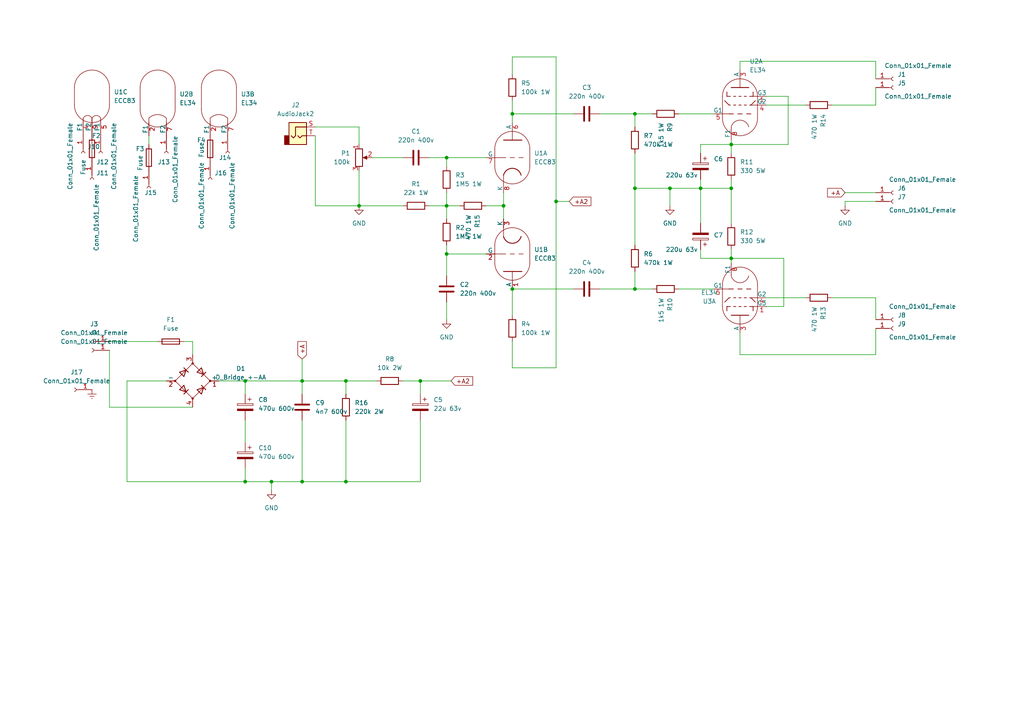
<source format=kicad_sch>
(kicad_sch (version 20211123) (generator eeschema)
  (paper "A4")
  (lib_symbols
    (symbol "Connector:AudioJack2"
      (property "Reference" "J" (at 0 8.89 0))
      (property "Value" "AudioJack2" (at 0 6.35 0))
      (symbol "AudioJack2_0_1"
        (rectangle (start -3.81 0) (end -2.54 -2.54) (stroke (width 0.254)) (fill (type outline)))
        (rectangle (start -2.54 3.81) (end 2.54 -2.54) (stroke (width 0.254)) (fill (type background)))
        (polyline (pts (xy 0 0) (xy 0.635 -0.635) (xy 1.27 0) (xy 2.54 0)) (stroke (width 0.254)))
        (polyline (pts (xy 2.54 2.54) (xy -0.635 2.54) (xy -0.635 0) (xy -1.27 -0.635) (xy -1.905 0)) (stroke (width 0.254)))
      )
      (symbol "AudioJack2_1_1"
        (pin passive line (at 5.08 2.54 180) (length 2.54) (name "~") (number "S"))
        (pin passive line (at 5.08 0 180) (length 2.54) (name "~") (number "T"))
      )
    )
    (symbol "Connector:Conn_01x01_Female" (pin_names (offset 1.016) hide)
      (property "Reference" "J" (at 0 2.54 0))
      (property "Value" "Conn_01x01_Female" (at 0 -2.54 0))
      (symbol "Conn_01x01_Female_1_1"
        (polyline (pts (xy -1.27 0) (xy -0.508 0)) (stroke (width 0.1524)))
        (arc (start 0 0.508) (mid -0.508 0) (end 0 -0.508) (stroke (width 0.1524)))
        (pin passive line (at -5.08 0 0) (length 3.81) (name "Pin_1") (number "1"))
      )
    )
    (symbol "Device:C" (pin_numbers hide) (pin_names (offset 0.254))
      (property "Reference" "C" (at 0.635 2.54 0))
      (property "Value" "C" (at 0.635 -2.54 0))
      (symbol "C_0_1"
        (polyline (pts (xy -2.032 -0.762) (xy 2.032 -0.762)) (stroke (width 0.508)))
        (polyline (pts (xy -2.032 0.762) (xy 2.032 0.762)) (stroke (width 0.508)))
      )
      (symbol "C_1_1"
        (pin passive line (at 0 3.81 270) (length 2.794) (name "~") (number "1"))
        (pin passive line (at 0 -3.81 90) (length 2.794) (name "~") (number "2"))
      )
    )
    (symbol "Device:C_Polarized" (pin_numbers hide) (pin_names (offset 0.254))
      (property "Reference" "C" (at 0.635 2.54 0))
      (property "Value" "C_Polarized" (at 0.635 -2.54 0))
      (symbol "C_Polarized_0_1"
        (rectangle (start -2.286 0.508) (end 2.286 1.016))
        (polyline (pts (xy -1.778 2.286) (xy -0.762 2.286)))
        (polyline (pts (xy -1.27 2.794) (xy -1.27 1.778)))
        (rectangle (start 2.286 -0.508) (end -2.286 -1.016) (fill (type outline)))
      )
      (symbol "C_Polarized_1_1"
        (pin passive line (at 0 3.81 270) (length 2.794) (name "~") (number "1"))
        (pin passive line (at 0 -3.81 90) (length 2.794) (name "~") (number "2"))
      )
    )
    (symbol "Device:D_Bridge_+-AA" (pin_names (offset 0))
      (property "Reference" "D" (at 2.54 6.985 0))
      (property "Value" "D_Bridge_+-AA" (at 2.54 5.08 0))
      (symbol "D_Bridge_+-AA_0_1"
        (circle (center -5.08 0) (radius 0.254) (fill (type outline)))
        (circle (center 0 -5.08) (radius 0.254) (fill (type outline)))
        (polyline (pts (xy -2.54 3.81) (xy -1.27 2.54)) (stroke (width 0.254)))
        (polyline (pts (xy -1.27 -2.54) (xy -2.54 -3.81)) (stroke (width 0.254)))
        (polyline (pts (xy 2.54 -1.27) (xy 3.81 -2.54)) (stroke (width 0.254)))
        (polyline (pts (xy 2.54 1.27) (xy 3.81 2.54)) (stroke (width 0.254)))
        (polyline (pts (xy -3.81 2.54) (xy -2.54 1.27) (xy -1.905 3.175) (xy -3.81 2.54)) (stroke (width 0.254)))
        (polyline (pts (xy -2.54 -1.27) (xy -3.81 -2.54) (xy -1.905 -3.175) (xy -2.54 -1.27)) (stroke (width 0.254)))
        (polyline (pts (xy 1.27 2.54) (xy 2.54 3.81) (xy 3.175 1.905) (xy 1.27 2.54)) (stroke (width 0.254)))
        (polyline (pts (xy 3.175 -1.905) (xy 1.27 -2.54) (xy 2.54 -3.81) (xy 3.175 -1.905)) (stroke (width 0.254)))
        (polyline (pts (xy -5.08 0) (xy 0 -5.08) (xy 5.08 0) (xy 0 5.08) (xy -5.08 0)))
        (circle (center 0 5.08) (radius 0.254) (fill (type outline)))
        (circle (center 5.08 0) (radius 0.254) (fill (type outline)))
      )
      (symbol "D_Bridge_+-AA_1_1"
        (pin passive line (at 7.62 0 180) (length 2.54) (name "+") (number "1"))
        (pin passive line (at -7.62 0 0) (length 2.54) (name "-") (number "2"))
        (pin passive line (at 0 7.62 270) (length 2.54) (name "~") (number "3"))
        (pin passive line (at 0 -7.62 90) (length 2.54) (name "~") (number "4"))
      )
    )
    (symbol "Device:Fuse" (pin_numbers hide) (pin_names (offset 0))
      (property "Reference" "F" (at 2.032 0 90))
      (property "Value" "Fuse" (at -1.905 0 90))
      (symbol "Fuse_0_1"
        (rectangle (start -0.762 -2.54) (end 0.762 2.54) (stroke (width 0.254)))
        (polyline (pts (xy 0 2.54) (xy 0 -2.54)))
      )
      (symbol "Fuse_1_1"
        (pin passive line (at 0 3.81 270) (length 1.27) (name "~") (number "1"))
        (pin passive line (at 0 -3.81 90) (length 1.27) (name "~") (number "2"))
      )
    )
    (symbol "Device:R" (pin_numbers hide) (pin_names (offset 0))
      (property "Reference" "R" (at 2.032 0 90))
      (property "Value" "R" (at 0 0 90))
      (symbol "R_0_1"
        (rectangle (start -1.016 -2.54) (end 1.016 2.54) (stroke (width 0.254)))
      )
      (symbol "R_1_1"
        (pin passive line (at 0 3.81 270) (length 1.27) (name "~") (number "1"))
        (pin passive line (at 0 -3.81 90) (length 1.27) (name "~") (number "2"))
      )
    )
    (symbol "Device:R_Potentiometer" (pin_names (offset 1.016) hide)
      (property "Reference" "RV" (at -4.445 0 90))
      (property "Value" "R_Potentiometer" (at -2.54 0 90))
      (symbol "R_Potentiometer_0_1"
        (polyline (pts (xy 2.54 0) (xy 1.524 0)))
        (polyline (pts (xy 1.143 0) (xy 2.286 0.508) (xy 2.286 -0.508) (xy 1.143 0)) (fill (type outline)))
        (rectangle (start 1.016 2.54) (end -1.016 -2.54) (stroke (width 0.254)))
      )
      (symbol "R_Potentiometer_1_1"
        (pin passive line (at 0 3.81 270) (length 1.27) (name "1") (number "1"))
        (pin passive line (at 3.81 0 180) (length 1.27) (name "2") (number "2"))
        (pin passive line (at 0 -3.81 90) (length 1.27) (name "3") (number "3"))
      )
    )
    (symbol "Valve:ECC83" (pin_names (offset 0))
      (property "Reference" "U" (at 3.302 7.874 0))
      (property "Value" "ECC83" (at 8.89 -7.62 0))
      (symbol "ECC83_0_1"
        (arc (start -5.08 -2.54) (mid 0 -7.62) (end 5.08 -2.54))
        (polyline (pts (xy 5.08 2.54) (xy 5.08 -2.54)))
        (polyline (pts (xy -5.08 2.54) (xy -5.08 -2.54) (xy -5.08 -2.54)))
        (arc (start 5.08 2.54) (mid 0 7.62) (end -5.08 2.54))
      )
      (symbol "ECC83_1_0"
        (polyline (pts (xy -2.54 -5.08) (xy -2.54 -7.62)))
        (polyline (pts (xy 0 5.08) (xy 0 7.62)))
      )
      (symbol "ECC83_1_1"
        (polyline (pts (xy -5.08 0) (xy -3.175 0)))
        (polyline (pts (xy -1.905 0) (xy -3.175 0)) (stroke (width 0.1524)))
        (polyline (pts (xy -0.635 0) (xy 0.635 0)) (stroke (width 0.1524)))
        (polyline (pts (xy 1.905 0) (xy 3.175 0)) (stroke (width 0.1524)))
        (polyline (pts (xy -2.54 5.08) (xy 2.794 5.08) (xy 2.794 5.08)) (stroke (width 0.254)))
        (arc (start 2.54 -5.08) (mid 0 -3.0968) (end -2.54 -5.08) (stroke (width 0.254)))
        (pin output line (at 0 10.16 270) (length 2.54) (name "A") (number "6"))
        (pin input line (at -7.62 0 0) (length 2.54) (name "G") (number "7"))
        (pin bidirectional line (at -2.54 -10.16 90) (length 2.54) (name "K") (number "8"))
      )
      (symbol "ECC83_2_0"
        (polyline (pts (xy -2.54 -5.08) (xy -2.54 -7.62)))
        (polyline (pts (xy 0 5.08) (xy 0 7.62)))
      )
      (symbol "ECC83_2_1"
        (polyline (pts (xy -5.08 0) (xy -3.175 0)))
        (polyline (pts (xy -1.905 0) (xy -3.175 0)) (stroke (width 0.1524)))
        (polyline (pts (xy -0.635 0) (xy 0.635 0)) (stroke (width 0.1524)))
        (polyline (pts (xy 1.905 0) (xy 3.175 0)) (stroke (width 0.1524)))
        (polyline (pts (xy -2.54 5.08) (xy 2.794 5.08) (xy 2.794 5.08)) (stroke (width 0.254)))
        (arc (start 2.54 -5.08) (mid 0 -3.0968) (end -2.54 -5.08) (stroke (width 0.254)))
        (pin output line (at 0 10.16 270) (length 2.54) (name "A") (number "1"))
        (pin input line (at -7.62 0 0) (length 2.54) (name "G") (number "2"))
        (pin bidirectional line (at -2.54 -10.16 90) (length 2.54) (name "K") (number "3"))
      )
      (symbol "ECC83_3_1"
        (arc (start 0 -6.35) (mid -1.27 -5.5651) (end -2.54 -6.35))
        (arc (start 2.54 -6.35) (mid 1.27 -5.5651) (end 0 -6.35))
        (pin power_in line (at -2.54 -11.43 90) (length 5.08) (name "F1") (number "4"))
        (pin power_in line (at 2.54 -11.43 90) (length 5.08) (name "F1") (number "5"))
        (pin power_in line (at 0 -11.43 90) (length 5.08) (name "F2") (number "9"))
      )
    )
    (symbol "Valve:EL34" (pin_names (offset 0))
      (property "Reference" "U" (at 5.08 8.89 0))
      (property "Value" "EL34" (at 6.35 -7.62 0))
      (symbol "EL34_0_1"
        (arc (start -5.08 -2.54) (mid 0 -7.62) (end 5.08 -2.54))
        (polyline (pts (xy -5.08 3.81) (xy -5.08 -2.54) (xy -5.08 -2.54)))
        (polyline (pts (xy 5.08 3.81) (xy 5.08 -2.54) (xy 5.08 -2.54)))
        (arc (start 5.08 3.81) (mid 0 8.89) (end -5.08 3.81))
      )
      (symbol "EL34_1_0"
        (polyline (pts (xy -2.54 -5.08) (xy -2.54 -7.62)))
      )
      (symbol "EL34_1_1"
        (polyline (pts (xy -5.08 -1.27) (xy -3.175 -1.27)))
        (polyline (pts (xy -4.445 2.54) (xy -3.175 1.27)) (stroke (width 0.2032)))
        (polyline (pts (xy -3.81 3.81) (xy -2.794 3.81)) (stroke (width 0.2032)))
        (polyline (pts (xy -3.81 5.08) (xy -3.81 3.81)) (stroke (width 0.2032)))
        (polyline (pts (xy -3.175 1.27) (xy -2.794 1.27)) (stroke (width 0.2032)))
        (polyline (pts (xy -1.905 -1.27) (xy -3.175 -1.27)) (stroke (width 0.2032)))
        (polyline (pts (xy -1.8542 1.27) (xy -1.2192 1.27)) (stroke (width 0.2032)))
        (polyline (pts (xy -1.8542 3.81) (xy -1.2192 3.81)) (stroke (width 0.2032)))
        (polyline (pts (xy -0.635 -1.27) (xy 0.635 -1.27)) (stroke (width 0.2032)))
        (polyline (pts (xy -0.3302 1.27) (xy 0.3302 1.27)) (stroke (width 0.2032)))
        (polyline (pts (xy -0.3302 3.81) (xy 0.3302 3.81)) (stroke (width 0.2032)))
        (polyline (pts (xy 0 6.35) (xy 0 8.89)))
        (polyline (pts (xy 1.2192 1.27) (xy 1.8542 1.27)) (stroke (width 0.2032)))
        (polyline (pts (xy 1.2192 3.81) (xy 1.8542 3.81)) (stroke (width 0.2032)))
        (polyline (pts (xy 1.905 -1.27) (xy 3.175 -1.27)) (stroke (width 0.2032)))
        (polyline (pts (xy 2.794 1.27) (xy 3.175 1.27)) (stroke (width 0.2032)))
        (polyline (pts (xy 3.175 1.27) (xy 5.08 1.27)))
        (polyline (pts (xy 3.81 3.81) (xy 2.794 3.81)) (stroke (width 0.2032)))
        (polyline (pts (xy 3.81 5.08) (xy 3.81 3.81)) (stroke (width 0.2032)))
        (polyline (pts (xy 3.8862 3.81) (xy 5.08 3.81)))
        (polyline (pts (xy 4.445 2.54) (xy 3.175 1.27)) (stroke (width 0.2032)))
        (polyline (pts (xy -2.54 6.35) (xy 2.54 6.35) (xy 2.54 6.35) (xy 2.54 6.35)) (stroke (width 0.254)))
        (arc (start 2.54 -5.08) (mid 0 -3.0968) (end -2.54 -5.08))
        (pin input line (at 7.62 3.81 180) (length 2.54) (name "G3") (number "1"))
        (pin output line (at 0 11.43 270) (length 2.54) (name "A") (number "3"))
        (pin input line (at 7.62 1.27 180) (length 2.54) (name "G2") (number "4"))
        (pin input line (at -7.62 -1.27 0) (length 2.54) (name "G1") (number "5"))
        (pin power_in line (at -2.54 -8.89 90) (length 3.81) (name "F1") (number "8"))
      )
      (symbol "EL34_2_1"
        (polyline (pts (xy -2.54 -6.35) (xy -2.54 -5.08) (xy -2.54 -5.08)))
        (polyline (pts (xy 2.54 -6.35) (xy 2.54 -5.08) (xy 2.54 -5.08)))
        (arc (start 2.54 -5.08) (mid 0 -4.0279) (end -2.54 -5.08))
        (pin power_in line (at -2.54 -10.16 90) (length 3.81) (name "F1") (number "2"))
        (pin power_in line (at 2.54 -10.16 90) (length 3.81) (name "F2") (number "7"))
      )
    )
    (symbol "power:Earth" (power) (pin_names (offset 0))
      (symbol "Earth_0_1"
        (polyline (pts (xy -0.635 -1.905) (xy 0.635 -1.905)))
        (polyline (pts (xy -0.127 -2.54) (xy 0.127 -2.54)))
        (polyline (pts (xy 0 -1.27) (xy 0 0)))
        (polyline (pts (xy 1.27 -1.27) (xy -1.27 -1.27)))
      )
      (symbol "Earth_1_1"
        (pin power_in line (at 0 0 270) (length 0) hide (name "Earth") (number "1"))
      )
    )
    (symbol "power:GND" (power) (pin_names (offset 0))
      (property "Value" "GND" (at 0 -3.81 0))
      (symbol "GND_0_1"
        (polyline (pts (xy 0 0) (xy 0 -1.27) (xy 1.27 -1.27) (xy 0 -2.54) (xy -1.27 -1.27) (xy 0 -1.27)))
      )
      (symbol "GND_1_1"
        (pin power_in line (at 0 0 270) (length 0) hide (name "GND") (number "1"))
      )
    )
  )
  (junction (at 212.09 41.91))
  (junction (at 100.33 110.49))
  (junction (at 203.2 54.61))
  (junction (at 146.05 59.69))
  (junction (at 104.14 59.69))
  (junction (at 212.09 74.93))
  (junction (at 129.54 45.72))
  (junction (at 184.15 54.61))
  (junction (at 212.09 54.61))
  (junction (at 148.59 33.02))
  (junction (at 71.12 139.7))
  (junction (at 194.31 54.61))
  (junction (at 148.59 83.82))
  (junction (at 87.63 110.49))
  (junction (at 184.15 83.82))
  (junction (at 100.33 139.7))
  (junction (at 121.92 110.49))
  (junction (at 78.74 139.7))
  (junction (at 184.15 33.02))
  (junction (at 129.54 59.69))
  (junction (at 129.54 73.66))
  (junction (at 161.29 58.42))
  (junction (at 71.12 110.49))
  (junction (at 87.63 139.7))
  (wire (pts (xy 116.84 110.49) (xy 121.92 110.49)))
  (wire (pts (xy 55.88 118.11) (xy 31.75 118.11)))
  (wire (pts (xy 100.33 121.92) (xy 100.33 139.7)))
  (wire (pts (xy 184.15 54.61) (xy 184.15 71.12)))
  (wire (pts (xy 222.25 27.94) (xy 228.6 27.94)))
  (wire (pts (xy 245.11 55.88) (xy 254 55.88)))
  (wire (pts (xy 161.29 16.51) (xy 161.29 58.42)))
  (wire (pts (xy 227.33 74.93) (xy 212.09 74.93)))
  (wire (pts (xy 212.09 41.91) (xy 212.09 44.45)))
  (wire (pts (xy 254 17.78) (xy 254 22.86)))
  (wire (pts (xy 241.3 86.36) (xy 254 86.36)))
  (wire (pts (xy 53.34 99.06) (xy 55.88 99.06)))
  (wire (pts (xy 194.31 54.61) (xy 203.2 54.61)))
  (wire (pts (xy 148.59 21.59) (xy 148.59 16.51)))
  (wire (pts (xy 196.85 33.02) (xy 207.01 33.02)))
  (wire (pts (xy 100.33 110.49) (xy 109.22 110.49)))
  (wire (pts (xy 129.54 59.69) (xy 133.35 59.69)))
  (wire (pts (xy 71.12 135.89) (xy 71.12 139.7)))
  (wire (pts (xy 148.59 83.82) (xy 148.59 91.44)))
  (wire (pts (xy 222.25 30.48) (xy 233.68 30.48)))
  (wire (pts (xy 173.99 33.02) (xy 184.15 33.02)))
  (wire (pts (xy 91.44 59.69) (xy 104.14 59.69)))
  (wire (pts (xy 184.15 33.02) (xy 184.15 36.83)))
  (wire (pts (xy 184.15 44.45) (xy 184.15 54.61)))
  (wire (pts (xy 203.2 41.91) (xy 212.09 41.91)))
  (wire (pts (xy 87.63 121.92) (xy 87.63 139.7)))
  (wire (pts (xy 129.54 73.66) (xy 129.54 80.01)))
  (wire (pts (xy 222.25 88.9) (xy 227.33 88.9)))
  (wire (pts (xy 227.33 88.9) (xy 227.33 74.93)))
  (wire (pts (xy 214.63 96.52) (xy 214.63 102.87)))
  (wire (pts (xy 87.63 104.14) (xy 87.63 110.49)))
  (wire (pts (xy 87.63 110.49) (xy 87.63 114.3)))
  (wire (pts (xy 254 30.48) (xy 254 25.4)))
  (wire (pts (xy 203.2 44.45) (xy 203.2 41.91)))
  (wire (pts (xy 184.15 33.02) (xy 189.23 33.02)))
  (wire (pts (xy 129.54 73.66) (xy 140.97 73.66)))
  (wire (pts (xy 100.33 139.7) (xy 87.63 139.7)))
  (wire (pts (xy 203.2 54.61) (xy 203.2 64.77)))
  (wire (pts (xy 203.2 72.39) (xy 203.2 74.93)))
  (wire (pts (xy 63.5 110.49) (xy 71.12 110.49)))
  (wire (pts (xy 161.29 106.68) (xy 148.59 106.68)))
  (wire (pts (xy 121.92 110.49) (xy 130.81 110.49)))
  (wire (pts (xy 104.14 59.69) (xy 116.84 59.69)))
  (wire (pts (xy 212.09 52.07) (xy 212.09 54.61)))
  (wire (pts (xy 148.59 33.02) (xy 166.37 33.02)))
  (wire (pts (xy 100.33 110.49) (xy 100.33 114.3)))
  (wire (pts (xy 129.54 55.88) (xy 129.54 59.69)))
  (wire (pts (xy 254 95.25) (xy 254 102.87)))
  (wire (pts (xy 203.2 52.07) (xy 203.2 54.61)))
  (wire (pts (xy 124.46 45.72) (xy 129.54 45.72)))
  (wire (pts (xy 212.09 40.64) (xy 212.09 41.91)))
  (wire (pts (xy 148.59 83.82) (xy 166.37 83.82)))
  (wire (pts (xy 194.31 54.61) (xy 194.31 59.69)))
  (wire (pts (xy 43.18 41.91) (xy 43.18 39.37)))
  (wire (pts (xy 148.59 33.02) (xy 148.59 35.56)))
  (wire (pts (xy 203.2 74.93) (xy 212.09 74.93)))
  (wire (pts (xy 161.29 58.42) (xy 161.29 106.68)))
  (wire (pts (xy 196.85 83.82) (xy 207.01 83.82)))
  (wire (pts (xy 245.11 58.42) (xy 245.11 59.69)))
  (wire (pts (xy 129.54 71.12) (xy 129.54 73.66)))
  (wire (pts (xy 148.59 106.68) (xy 148.59 99.06)))
  (wire (pts (xy 87.63 110.49) (xy 100.33 110.49)))
  (wire (pts (xy 36.83 110.49) (xy 36.83 139.7)))
  (wire (pts (xy 212.09 54.61) (xy 212.09 64.77)))
  (wire (pts (xy 228.6 27.94) (xy 228.6 41.91)))
  (wire (pts (xy 129.54 45.72) (xy 140.97 45.72)))
  (wire (pts (xy 140.97 59.69) (xy 146.05 59.69)))
  (wire (pts (xy 146.05 59.69) (xy 146.05 63.5)))
  (wire (pts (xy 31.75 99.06) (xy 45.72 99.06)))
  (wire (pts (xy 104.14 41.91) (xy 104.14 36.83)))
  (wire (pts (xy 48.26 110.49) (xy 36.83 110.49)))
  (wire (pts (xy 254 92.71) (xy 254 86.36)))
  (wire (pts (xy 78.74 139.7) (xy 78.74 142.24)))
  (wire (pts (xy 91.44 39.37) (xy 91.44 59.69)))
  (wire (pts (xy 91.44 36.83) (xy 104.14 36.83)))
  (wire (pts (xy 55.88 102.87) (xy 55.88 99.06)))
  (wire (pts (xy 184.15 78.74) (xy 184.15 83.82)))
  (wire (pts (xy 31.75 118.11) (xy 31.75 101.6)))
  (wire (pts (xy 121.92 121.92) (xy 121.92 139.7)))
  (wire (pts (xy 214.63 20.32) (xy 214.63 17.78)))
  (wire (pts (xy 36.83 139.7) (xy 71.12 139.7)))
  (wire (pts (xy 121.92 139.7) (xy 100.33 139.7)))
  (wire (pts (xy 71.12 110.49) (xy 87.63 110.49)))
  (wire (pts (xy 173.99 83.82) (xy 184.15 83.82)))
  (wire (pts (xy 129.54 45.72) (xy 129.54 48.26)))
  (wire (pts (xy 212.09 72.39) (xy 212.09 74.93)))
  (wire (pts (xy 87.63 139.7) (xy 78.74 139.7)))
  (wire (pts (xy 146.05 55.88) (xy 146.05 59.69)))
  (wire (pts (xy 214.63 102.87) (xy 254 102.87)))
  (wire (pts (xy 148.59 29.21) (xy 148.59 33.02)))
  (wire (pts (xy 107.95 45.72) (xy 116.84 45.72)))
  (wire (pts (xy 184.15 83.82) (xy 189.23 83.82)))
  (wire (pts (xy 129.54 59.69) (xy 129.54 63.5)))
  (wire (pts (xy 228.6 41.91) (xy 212.09 41.91)))
  (wire (pts (xy 214.63 17.78) (xy 254 17.78)))
  (wire (pts (xy 184.15 54.61) (xy 194.31 54.61)))
  (wire (pts (xy 71.12 139.7) (xy 78.74 139.7)))
  (wire (pts (xy 121.92 110.49) (xy 121.92 114.3)))
  (wire (pts (xy 161.29 58.42) (xy 165.1 58.42)))
  (wire (pts (xy 254 58.42) (xy 245.11 58.42)))
  (wire (pts (xy 203.2 54.61) (xy 212.09 54.61)))
  (wire (pts (xy 212.09 74.93) (xy 212.09 76.2)))
  (wire (pts (xy 71.12 110.49) (xy 71.12 114.3)))
  (wire (pts (xy 129.54 87.63) (xy 129.54 92.71)))
  (wire (pts (xy 124.46 59.69) (xy 129.54 59.69)))
  (wire (pts (xy 222.25 86.36) (xy 233.68 86.36)))
  (wire (pts (xy 148.59 16.51) (xy 161.29 16.51)))
  (wire (pts (xy 104.14 49.53) (xy 104.14 59.69)))
  (wire (pts (xy 71.12 121.92) (xy 71.12 128.27)))
  (wire (pts (xy 241.3 30.48) (xy 254 30.48)))
  (global_label "+A2" (shape input) (at 165.1 58.42 0) (property "Intersheet References" "${INTERSHEET_REFS}" (effects hide)))
  (global_label "+A" (shape input) (at 87.63 104.14 90) (property "Intersheet References" "${INTERSHEET_REFS}" (effects hide)))
  (global_label "+A2" (shape input) (at 130.81 110.49 0) (property "Intersheet References" "${INTERSHEET_REFS}" (effects hide)))
  (global_label "+A" (shape input) (at 245.11 55.88 180) (property "Intersheet References" "${INTERSHEET_REFS}" (effects hide)))
  (symbol (lib_id "power:GND") (at 78.74 142.24 0) (unit 1)
    (property "Reference" "#PWR0104" (effects hide))
    (property "Value" "GND" (at 78.74 147.32 0))
  )
  (symbol (lib_id "Device:R") (at 100.33 118.11 0) (unit 1)
    (property "Reference" "R16" (at 102.87 116.8399 0) (effects (justify left)))
    (property "Value" "220k 2W" (at 102.87 119.3799 0) (effects (justify left)))
    (property "Footprint" "Resistor_THT:R_Axial_DIN0516_L15.5mm_D5.0mm_P20.32mm_Horizontal" (effects hide))
  )
  (symbol (lib_id "Device:R") (at 137.16 59.69 270) (unit 1)
    (property "Reference" "R15" (at 138.4301 62.23 0) (effects (justify left)))
    (property "Value" "470 1W" (at 135.8901 62.23 0) (effects (justify left)))
    (property "Footprint" "Resistor_THT:R_Axial_DIN0414_L11.9mm_D4.5mm_P20.32mm_Horizontal" (effects hide))
  )
  (symbol (lib_id "Device:R") (at 129.54 52.07 0) (unit 1)
    (property "Reference" "R3" (at 132.08 50.7999 0) (effects (justify left)))
    (property "Value" "1M5 1W" (at 132.08 53.3399 0) (effects (justify left)))
    (property "Footprint" "Resistor_THT:R_Axial_DIN0414_L11.9mm_D4.5mm_P20.32mm_Horizontal" (effects hide))
  )
  (symbol (lib_id "Connector:Conn_01x01_Female") (at 259.08 92.71 0) (unit 1)
    (property "Reference" "J8" (at 260.35 91.4399 0) (effects (justify left)))
    (property "Value" "Conn_01x01_Female" (at 257.81 88.9 0) (effects (justify left)))
    (property "Footprint" "Connector_Pin:Pin_D1.0mm_L10.0mm" (effects hide))
  )
  (symbol (lib_id "Device:R") (at 184.15 40.64 0) (unit 1)
    (property "Reference" "R7" (at 186.69 39.3699 0) (effects (justify left)))
    (property "Value" " 470k 1W" (at 186.69 41.9099 0) (effects (justify left)))
    (property "Footprint" "Resistor_THT:R_Axial_DIN0414_L11.9mm_D4.5mm_P20.32mm_Horizontal" (effects hide))
  )
  (symbol (lib_id "Device:Fuse") (at 43.18 45.72 0) (unit 1)
    (property "Reference" "F3" (at 39.37 43.18 0) (effects (justify left)))
    (property "Value" "Fuse" (at 40.64 49.53 90) (effects (justify left)))
    (property "Footprint" "Fuse:Fuseholder_Cylinder-5x20mm_Schurter_0031_8201_Horizontal_Open" (effects hide))
  )
  (symbol (lib_id "Valve:ECC83") (at 26.67 27.94 0) (unit 3)
    (property "Reference" "U1" (at 33.02 26.6699 0) (effects (justify left)))
    (property "Value" "ECC83" (at 33.02 29.2099 0) (effects (justify left)))
    (property "Footprint" "Valve:Valve_Noval_P" (effects hide))
    (property "Datasheet" "http://www.r-type.org/pdfs/ecc83.pdf" (effects hide))
  )
  (symbol (lib_id "Device:C_Polarized") (at 203.2 48.26 0) (mirror y) (unit 1)
    (property "Reference" "C6" (at 207.01 46.1009 0) (effects (justify right)))
    (property "Value" "220u 63v" (at 193.04 50.8 0) (effects (justify right)))
    (property "Footprint" "Capacitor_THT:C_Radial_D10.0mm_H16.0mm_P5.00mm" (effects hide))
  )
  (symbol (lib_id "power:GND") (at 194.31 59.69 0) (unit 1)
    (property "Reference" "#PWR0102" (effects hide))
    (property "Value" "GND" (at 194.31 64.77 0))
  )
  (symbol (lib_id "Device:C") (at 170.18 83.82 270) (unit 1)
    (property "Reference" "C4" (at 170.18 76.2 90))
    (property "Value" "220n 400v" (at 170.18 78.74 90))
    (property "Footprint" "Capacitor_THT:C_Rect_L16.5mm_W5.0mm_P15.00mm_MKT" (effects hide))
  )
  (symbol (lib_id "Valve:ECC83") (at 148.59 45.72 0) (unit 1)
    (property "Reference" "U1" (at 154.94 44.4499 0) (effects (justify left)))
    (property "Value" "ECC83" (at 154.94 46.9899 0) (effects (justify left)))
    (property "Footprint" "Valve:Valve_Noval_P" (effects hide))
    (property "Datasheet" "http://www.r-type.org/pdfs/ecc83.pdf" (effects hide))
  )
  (symbol (lib_id "Device:R") (at 237.49 30.48 270) (unit 1)
    (property "Reference" "R14" (at 238.7601 33.02 0) (effects (justify left)))
    (property "Value" "470 1W" (at 236.2201 33.02 0) (effects (justify left)))
    (property "Footprint" "Resistor_THT:R_Axial_DIN0414_L11.9mm_D4.5mm_P20.32mm_Horizontal" (effects hide))
  )
  (symbol (lib_id "Device:R") (at 237.49 86.36 270) (unit 1)
    (property "Reference" "R13" (at 238.7601 88.9 0) (effects (justify left)))
    (property "Value" "470 1W" (at 236.2201 88.9 0) (effects (justify left)))
    (property "Footprint" "Resistor_THT:R_Axial_DIN0414_L11.9mm_D4.5mm_P20.32mm_Horizontal" (effects hide))
  )
  (symbol (lib_id "Device:R") (at 184.15 74.93 0) (unit 1)
    (property "Reference" "R6" (at 186.69 73.6599 0) (effects (justify left)))
    (property "Value" "470k 1W" (at 186.69 76.1999 0) (effects (justify left)))
    (property "Footprint" "Resistor_THT:R_Axial_DIN0414_L11.9mm_D4.5mm_P20.32mm_Horizontal" (effects hide))
  )
  (symbol (lib_id "Connector:Conn_01x01_Female") (at 259.08 22.86 0) (unit 1)
    (property "Reference" "J1" (at 260.35 21.5899 0) (effects (justify left)))
    (property "Value" "Conn_01x01_Female" (at 256.54 19.05 0) (effects (justify left)))
    (property "Footprint" "Connector_Pin:Pin_D1.0mm_L10.0mm" (effects hide))
  )
  (symbol (lib_id "Device:C") (at 120.65 45.72 270) (unit 1)
    (property "Reference" "C1" (at 120.65 38.1 90))
    (property "Value" "220n 400v" (at 120.65 40.64 90))
    (property "Footprint" "Capacitor_THT:C_Rect_L16.5mm_W5.0mm_P15.00mm_MKT" (effects hide))
  )
  (symbol (lib_id "Connector:Conn_01x01_Female") (at 259.08 25.4 0) (unit 1)
    (property "Reference" "J5" (at 260.35 24.1299 0) (effects (justify left)))
    (property "Value" "Conn_01x01_Female" (at 256.54 27.94 0) (effects (justify left)))
    (property "Footprint" "Connector_Pin:Pin_D1.0mm_L10.0mm" (effects hide))
  )
  (symbol (lib_id "Device:C") (at 170.18 33.02 270) (unit 1)
    (property "Reference" "C3" (at 170.18 25.4 90))
    (property "Value" "220n 400v" (at 170.18 27.94 90))
    (property "Footprint" "Capacitor_THT:C_Rect_L16.5mm_W5.0mm_P15.00mm_MKT" (effects hide))
  )
  (symbol (lib_id "Device:Fuse") (at 60.96 43.18 0) (unit 1)
    (property "Reference" "F4" (at 57.15 40.64 0) (effects (justify left)))
    (property "Value" "Fuse" (at 58.42 45.72 90) (effects (justify left)))
    (property "Footprint" "Fuse:Fuseholder_Cylinder-5x20mm_Schurter_0031_8201_Horizontal_Open" (effects hide))
  )
  (symbol (lib_id "Connector:Conn_01x01_Female") (at 26.67 52.07 270) (unit 1)
    (property "Reference" "J11" (at 27.94 50.1649 90) (effects (justify left)))
    (property "Value" "Conn_01x01_Female" (at 27.94 53.34 0) (effects (justify left)))
    (property "Footprint" "Connector_Pin:Pin_D1.0mm_L10.0mm" (effects hide))
  )
  (symbol (lib_id "Valve:EL34") (at 214.63 85.09 0) (mirror x) (unit 1)
    (property "Reference" "U3" (at 205.74 87.4014 0))
    (property "Value" "EL34" (at 205.74 84.8614 0))
    (property "Footprint" "Valve:Valve_Octal" (effects hide))
    (property "Datasheet" "http://www.r-type.org/pdfs/el34.pdf" (effects hide))
  )
  (symbol (lib_id "Connector:AudioJack2") (at 86.36 39.37 0) (unit 1)
    (property "Reference" "J2" (at 85.725 30.48 0))
    (property "Value" "AudioJack2" (at 85.725 33.02 0))
    (property "Footprint" "Connector_Audio:Jack_3.5mm_CUI_SJ-3523-SMT_Horizontal" (effects hide))
  )
  (symbol (lib_id "Valve:ECC83") (at 148.59 73.66 0) (mirror x) (unit 2)
    (property "Reference" "U1" (at 154.94 72.3899 0) (effects (justify left)))
    (property "Value" "ECC83" (at 154.94 74.9299 0) (effects (justify left)))
    (property "Footprint" "Valve:Valve_Noval_P" (effects hide))
    (property "Datasheet" "http://www.r-type.org/pdfs/ecc83.pdf" (effects hide))
  )
  (symbol (lib_id "Device:R_Potentiometer") (at 104.14 45.72 0) (unit 1)
    (property "Reference" "P1" (at 101.6 44.4499 0) (effects (justify right)))
    (property "Value" "100k" (at 101.6 46.9899 0) (effects (justify right)))
    (property "Footprint" "Potentiometer_THT:Potentiometer_TT_P0915N" (effects hide))
  )
  (symbol (lib_id "Device:R") (at 193.04 33.02 270) (unit 1)
    (property "Reference" "R9" (at 194.3101 35.56 0) (effects (justify left)))
    (property "Value" "1k5 1W" (at 191.7701 35.56 0) (effects (justify left)))
    (property "Footprint" "Resistor_THT:R_Axial_DIN0414_L11.9mm_D4.5mm_P20.32mm_Horizontal" (effects hide))
  )
  (symbol (lib_id "Connector:Conn_01x01_Female") (at 26.67 101.6 180) (unit 1)
    (property "Reference" "J4" (at 27.305 96.52 0))
    (property "Value" "Conn_01x01_Female" (at 27.305 99.06 0))
    (property "Footprint" "Connector_Pin:Pin_D1.0mm_L10.0mm" (effects hide))
  )
  (symbol (lib_id "Device:C") (at 129.54 83.82 180) (unit 1)
    (property "Reference" "C2" (at 133.35 82.5499 0) (effects (justify right)))
    (property "Value" "220n 400v" (at 133.35 85.0899 0) (effects (justify right)))
    (property "Footprint" "Capacitor_THT:C_Rect_L16.5mm_W5.0mm_P15.00mm_MKT" (effects hide))
  )
  (symbol (lib_id "Device:C") (at 87.63 118.11 180) (unit 1)
    (property "Reference" "C9" (at 91.44 116.8399 0) (effects (justify right)))
    (property "Value" "4n7 600v" (at 91.44 119.3799 0) (effects (justify right)))
    (property "Footprint" "Capacitor_THT:C_Rect_L16.5mm_W5.0mm_P15.00mm_MKT" (effects hide))
  )
  (symbol (lib_id "Device:C_Polarized") (at 71.12 118.11 0) (mirror y) (unit 1)
    (property "Reference" "C8" (at 74.93 115.9509 0) (effects (justify right)))
    (property "Value" "470u 600v" (at 74.93 118.4909 0) (effects (justify right)))
    (property "Footprint" "Capacitor_THT:CP_Radial_D40.0mm_P10.00mm_SnapIn" (effects hide))
  )
  (symbol (lib_id "Device:Fuse") (at 26.67 43.18 0) (unit 1)
    (property "Reference" "F2" (at 26.67 39.37 0) (effects (justify left)))
    (property "Value" "Fuse" (at 24.13 50.8 90) (effects (justify left)))
    (property "Footprint" "Fuse:Fuseholder_Cylinder-5x20mm_Schurter_0031_8201_Horizontal_Open" (effects hide))
  )
  (symbol (lib_id "Device:R") (at 120.65 59.69 270) (unit 1)
    (property "Reference" "R1" (at 120.65 53.34 90))
    (property "Value" "22k 1W" (at 120.65 55.88 90))
    (property "Footprint" "Resistor_THT:R_Axial_DIN0414_L11.9mm_D4.5mm_P20.32mm_Horizontal" (effects hide))
  )
  (symbol (lib_id "Device:D_Bridge_+-AA") (at 55.88 110.49 0) (unit 1)
    (property "Reference" "D1" (at 69.85 106.9086 0))
    (property "Value" "D_Bridge_+-AA" (at 69.85 109.4486 0))
    (property "Footprint" "Diode_THT:Diode_Bridge_32.0x5.6x17.0mm_P10.0mm_P7.5mm" (effects hide))
  )
  (symbol (lib_id "Device:R") (at 129.54 67.31 0) (unit 1)
    (property "Reference" "R2" (at 132.08 66.0399 0) (effects (justify left)))
    (property "Value" "1M5 1W" (at 132.08 68.5799 0) (effects (justify left)))
    (property "Footprint" "Resistor_THT:R_Axial_DIN0414_L11.9mm_D4.5mm_P20.32mm_Horizontal" (effects hide))
  )
  (symbol (lib_id "Connector:Conn_01x01_Female") (at 43.18 54.61 270) (unit 1)
    (property "Reference" "J15" (at 41.91 55.88 90) (effects (justify left)))
    (property "Value" "Conn_01x01_Female" (at 39.37 50.8 0) (effects (justify left)))
    (property "Footprint" "Connector_Pin:Pin_D1.0mm_L10.0mm" (effects hide))
  )
  (symbol (lib_id "Connector:Conn_01x01_Female") (at 24.13 44.45 270) (unit 1)
    (property "Reference" "J10" (at 25.4 42.5449 90) (effects (justify left)))
    (property "Value" "Conn_01x01_Female" (at 20.32 35.56 0) (effects (justify left)))
    (property "Footprint" "Connector_Pin:Pin_D1.0mm_L10.0mm" (effects hide))
  )
  (symbol (lib_id "Connector:Conn_01x01_Female") (at 66.04 44.45 270) (unit 1)
    (property "Reference" "J14" (at 63.5 45.72 90) (effects (justify left)))
    (property "Value" "Conn_01x01_Female" (at 67.31 46.99 0) (effects (justify left)))
    (property "Footprint" "Connector_Pin:Pin_D1.0mm_L10.0mm" (effects hide))
  )
  (symbol (lib_id "Connector:Conn_01x01_Female") (at 259.08 58.42 0) (unit 1)
    (property "Reference" "J7" (at 260.35 57.1499 0) (effects (justify left)))
    (property "Value" "Conn_01x01_Female" (at 257.81 60.96 0) (effects (justify left)))
    (property "Footprint" "Connector_Pin:Pin_D1.0mm_L10.0mm" (effects hide))
  )
  (symbol (lib_id "power:GND") (at 104.14 59.69 0) (unit 1)
    (property "Reference" "#PWR0103" (effects hide))
    (property "Value" "GND" (at 104.14 64.77 0))
  )
  (symbol (lib_id "Valve:EL34") (at 45.72 29.21 0) (unit 2)
    (property "Reference" "U2" (at 52.07 27.3049 0) (effects (justify left)))
    (property "Value" "EL34" (at 52.07 29.8449 0) (effects (justify left)))
    (property "Footprint" "Valve:Valve_Octal" (effects hide))
    (property "Datasheet" "http://www.r-type.org/pdfs/el34.pdf" (effects hide))
  )
  (symbol (lib_id "Valve:EL34") (at 63.5 29.21 0) (unit 2)
    (property "Reference" "U3" (at 69.85 27.3049 0) (effects (justify left)))
    (property "Value" "EL34" (at 69.85 29.8449 0) (effects (justify left)))
    (property "Footprint" "Valve:Valve_Octal" (effects hide))
    (property "Datasheet" "http://www.r-type.org/pdfs/el34.pdf" (effects hide))
  )
  (symbol (lib_id "Device:C_Polarized") (at 121.92 118.11 0) (mirror y) (unit 1)
    (property "Reference" "C5" (at 125.73 115.9509 0) (effects (justify right)))
    (property "Value" "22u 63v" (at 125.73 118.4909 0) (effects (justify right)))
    (property "Footprint" "Capacitor_THT:CP_Radial_D6.3mm_P2.50mm" (effects hide))
  )
  (symbol (lib_id "Device:R") (at 212.09 68.58 0) (unit 1)
    (property "Reference" "R12" (at 214.63 67.3099 0) (effects (justify left)))
    (property "Value" "330 5W" (at 214.63 69.8499 0) (effects (justify left)))
    (property "Footprint" "Resistor_THT:R_Axial_Power_L25.0mm_W6.4mm_P30.48mm" (effects hide))
  )
  (symbol (lib_id "Connector:Conn_01x01_Female") (at 259.08 95.25 0) (unit 1)
    (property "Reference" "J9" (at 260.35 93.9799 0) (effects (justify left)))
    (property "Value" "Conn_01x01_Female" (at 257.81 97.79 0) (effects (justify left)))
    (property "Footprint" "Connector_Pin:Pin_D1.0mm_L10.0mm" (effects hide))
  )
  (symbol (lib_id "Device:C_Polarized") (at 71.12 132.08 0) (mirror y) (unit 1)
    (property "Reference" "C10" (at 74.93 129.9209 0) (effects (justify right)))
    (property "Value" "470u 600v" (at 74.93 132.4609 0) (effects (justify right)))
    (property "Footprint" "Capacitor_THT:CP_Radial_D40.0mm_P10.00mm_SnapIn" (effects hide))
  )
  (symbol (lib_id "Device:Fuse") (at 49.53 99.06 270) (unit 1)
    (property "Reference" "F1" (at 49.53 92.71 90))
    (property "Value" "Fuse" (at 49.53 95.25 90))
    (property "Footprint" "Fuse:Fuseholder_Cylinder-5x20mm_Schurter_0031_8201_Horizontal_Open" (effects hide))
  )
  (symbol (lib_id "Device:R") (at 212.09 48.26 0) (unit 1)
    (property "Reference" "R11" (at 214.63 46.9899 0) (effects (justify left)))
    (property "Value" "330 5W" (at 214.63 49.5299 0) (effects (justify left)))
    (property "Footprint" "Resistor_THT:R_Axial_Power_L25.0mm_W6.4mm_P30.48mm" (effects hide))
  )
  (symbol (lib_id "Connector:Conn_01x01_Female") (at 48.26 44.45 270) (unit 1)
    (property "Reference" "J13" (at 45.72 46.99 90) (effects (justify left)))
    (property "Value" "Conn_01x01_Female" (at 50.8 39.37 0) (effects (justify left)))
    (property "Footprint" "Connector_Pin:Pin_D1.0mm_L10.0mm" (effects hide))
  )
  (symbol (lib_id "Device:R") (at 148.59 25.4 0) (unit 1)
    (property "Reference" "R5" (at 151.13 24.1299 0) (effects (justify left)))
    (property "Value" "100k 1W" (at 151.13 26.6699 0) (effects (justify left)))
    (property "Footprint" "Resistor_THT:R_Axial_DIN0414_L11.9mm_D4.5mm_P20.32mm_Horizontal" (effects hide))
  )
  (symbol (lib_id "Device:R") (at 113.03 110.49 270) (unit 1)
    (property "Reference" "R8" (at 113.03 104.14 90))
    (property "Value" "10k 2W" (at 113.03 106.68 90))
    (property "Footprint" "Resistor_THT:R_Axial_DIN0516_L15.5mm_D5.0mm_P20.32mm_Horizontal" (effects hide))
  )
  (symbol (lib_id "Connector:Conn_01x01_Female") (at 259.08 55.88 0) (unit 1)
    (property "Reference" "J6" (at 260.35 54.6099 0) (effects (justify left)))
    (property "Value" "Conn_01x01_Female" (at 257.81 52.07 0) (effects (justify left)))
    (property "Footprint" "Connector_Pin:Pin_D1.0mm_L10.0mm" (effects hide))
  )
  (symbol (lib_id "Device:R") (at 148.59 95.25 0) (unit 1)
    (property "Reference" "R4" (at 151.13 93.9799 0) (effects (justify left)))
    (property "Value" "100k 1W" (at 151.13 96.5199 0) (effects (justify left)))
    (property "Footprint" "Resistor_THT:R_Axial_DIN0414_L11.9mm_D4.5mm_P20.32mm_Horizontal" (effects hide))
  )
  (symbol (lib_id "power:GND") (at 129.54 92.71 0) (unit 1)
    (property "Reference" "#PWR0101" (effects hide))
    (property "Value" "GND" (at 129.54 97.79 0))
  )
  (symbol (lib_id "Device:C_Polarized") (at 203.2 68.58 180) (unit 1)
    (property "Reference" "C7" (at 207.01 68.1989 0) (effects (justify right)))
    (property "Value" "220u 63v" (at 193.04 72.39 0) (effects (justify right)))
    (property "Footprint" "Capacitor_THT:C_Radial_D10.0mm_H16.0mm_P5.00mm" (effects hide))
  )
  (symbol (lib_id "Connector:Conn_01x01_Female") (at 29.21 44.45 270) (unit 1)
    (property "Reference" "J12" (at 27.94 46.99 90) (effects (justify left)))
    (property "Value" "Conn_01x01_Female" (at 33.02 35.56 0) (effects (justify left)))
    (property "Footprint" "Connector_Pin:Pin_D1.0mm_L10.0mm" (effects hide))
  )
  (symbol (lib_id "Connector:Conn_01x01_Female") (at 26.67 99.06 180) (unit 1)
    (property "Reference" "J3" (at 27.305 93.98 0))
    (property "Value" "Conn_01x01_Female" (at 27.305 96.52 0))
    (property "Footprint" "Connector_Pin:Pin_D1.0mm_L10.0mm" (effects hide))
  )
  (symbol (lib_id "Valve:EL34") (at 214.63 31.75 0) (unit 1)
    (property "Reference" "U2" (at 217.3987 17.78 0) (effects (justify left)))
    (property "Value" "EL34" (at 217.3987 20.32 0) (effects (justify left)))
    (property "Footprint" "Valve:Valve_Octal" (effects hide))
    (property "Datasheet" "http://www.r-type.org/pdfs/el34.pdf" (effects hide))
  )
  (symbol (lib_id "power:GND") (at 245.11 59.69 0) (unit 1)
    (property "Reference" "#PWR0105" (effects hide))
    (property "Value" "GND" (at 245.11 64.77 0))
  )
  (symbol (lib_id "power:Earth") (at 26.67 113.03 0) (unit 1)
    (property "Reference" "#PWR0106" (effects hide))
    (property "Value" "Earth" (effects hide))
  )
  (symbol (lib_id "Connector:Conn_01x01_Female") (at 60.96 52.07 270) (unit 1)
    (property "Reference" "J16" (at 62.23 50.1649 90) (effects (justify left)))
    (property "Value" "Conn_01x01_Female" (at 58.42 46.99 0) (effects (justify left)))
    (property "Footprint" "Connector_Pin:Pin_D1.0mm_L10.0mm" (effects hide))
  )
  (symbol (lib_id "Connector:Conn_01x01_Female") (at 21.59 113.03 180) (unit 1)
    (property "Reference" "J17" (at 22.225 107.95 0))
    (property "Value" "Conn_01x01_Female" (at 22.225 110.49 0))
    (property "Footprint" "Connector_Pin:Pin_D1.0mm_L10.0mm" (effects hide))
  )
  (symbol (lib_id "Device:R") (at 193.04 83.82 270) (unit 1)
    (property "Reference" "R10" (at 194.3101 86.36 0) (effects (justify left)))
    (property "Value" "1k5 1W" (at 191.7701 86.36 0) (effects (justify left)))
    (property "Footprint" "Resistor_THT:R_Axial_DIN0414_L11.9mm_D4.5mm_P20.32mm_Horizontal" (effects hide))
  )
)
</source>
